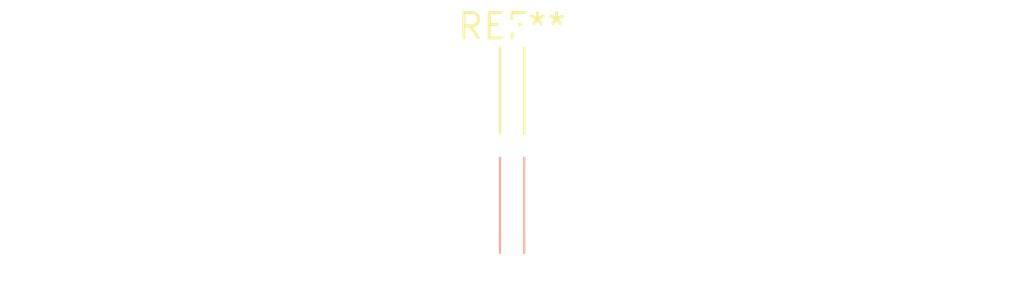
<source format=kicad_pcb>
(kicad_pcb (version 20240108) (generator pcbnew)
  (layers (0 "F.Cu" signal) (31 "B.Cu" signal) (34 "B.Paste" user) (35 "F.Paste" user) (36 "B.SilkS" user "B.Silkscreen") (37 "F.SilkS" user "F.Silkscreen") (38 "B.Mask" user) (39 "F.Mask" user) (44 "Edge.Cuts" user))
  (net 0 "")
  (footprint "SolderWire-0.1sqmm_1x01_D0.4mm_OD1mm_Relief2x" (layer "F.Cu") (at 0 0)
    (property "Reference" "REF**")
    (property "Value" "SolderWire-0.1sqmm_1x01_D0.4mm_OD1mm_Relief2x")
    (fp_line (start -0.61 6.61) (end -0.61 11.39) (layer "B.SilkS") (stroke (width 0.12)))
    (fp_line (start 0.61 6.61) (end 0.61 11.39) (layer "B.SilkS") (stroke (width 0.12)))
    (fp_line (start -0.61 1.06) (end -0.61 5.39) (layer "F.SilkS") (stroke (width 0.12)))
    (fp_line (start 0.61 1.06) (end 0.61 5.39) (layer "F.SilkS") (stroke (width 0.12)))
    (pad "" np_thru_hole circle (at 0 6) (size 1.5 1.5) (drill 1.5) (layers *.Cu *.Mask))
    (pad "" np_thru_hole circle (at 0 12) (size 1.5 1.5) (drill 1.5) (layers *.Cu *.Mask))
    (pad "1" thru_hole roundrect (at 0 0) (size 1.6 1.6) (drill 0.6) (layers *.Cu *.Mask) (remove_unused_layers) (roundrect_rratio 0.15625))
  )
)
</source>
